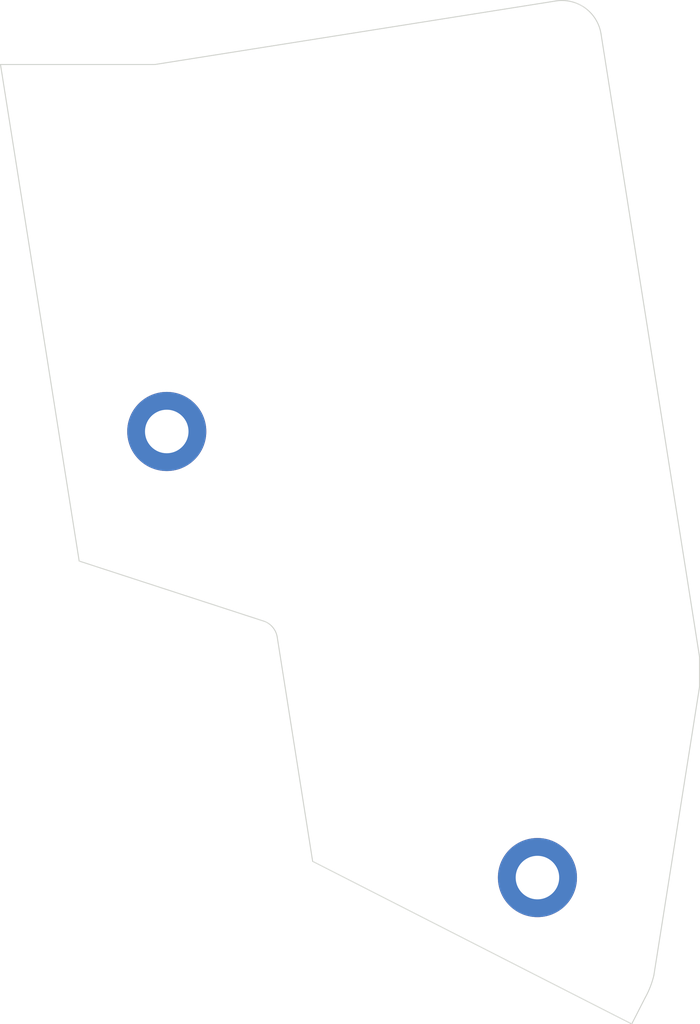
<source format=kicad_pcb>
(kicad_pcb (version 20171130) (host pcbnew 5.1.9-73d0e3b20d~88~ubuntu18.04.1)

  (general
    (thickness 1.6)
    (drawings 15)
    (tracks 0)
    (zones 0)
    (modules 2)
    (nets 1)
  )

  (page A4)
  (layers
    (0 F.Cu signal)
    (31 B.Cu signal)
    (32 B.Adhes user)
    (33 F.Adhes user)
    (34 B.Paste user)
    (35 F.Paste user)
    (36 B.SilkS user)
    (37 F.SilkS user)
    (38 B.Mask user)
    (39 F.Mask user)
    (40 Dwgs.User user)
    (41 Cmts.User user)
    (42 Eco1.User user)
    (43 Eco2.User user)
    (44 Edge.Cuts user)
    (45 Margin user)
    (46 B.CrtYd user)
    (47 F.CrtYd user)
    (48 B.Fab user)
    (49 F.Fab user)
  )

  (setup
    (last_trace_width 0.25)
    (trace_clearance 0.2)
    (zone_clearance 0.508)
    (zone_45_only no)
    (trace_min 0.2)
    (via_size 0.8)
    (via_drill 0.4)
    (via_min_size 0.4)
    (via_min_drill 0.3)
    (uvia_size 0.3)
    (uvia_drill 0.1)
    (uvias_allowed no)
    (uvia_min_size 0.2)
    (uvia_min_drill 0.1)
    (edge_width 0.05)
    (segment_width 0.2)
    (pcb_text_width 0.3)
    (pcb_text_size 1.5 1.5)
    (mod_edge_width 0.12)
    (mod_text_size 1 1)
    (mod_text_width 0.15)
    (pad_size 1.524 1.524)
    (pad_drill 0.762)
    (pad_to_mask_clearance 0)
    (aux_axis_origin 0 0)
    (visible_elements FFFFFF7F)
    (pcbplotparams
      (layerselection 0x010fc_ffffffff)
      (usegerberextensions false)
      (usegerberattributes true)
      (usegerberadvancedattributes true)
      (creategerberjobfile true)
      (excludeedgelayer true)
      (linewidth 0.100000)
      (plotframeref false)
      (viasonmask false)
      (mode 1)
      (useauxorigin false)
      (hpglpennumber 1)
      (hpglpenspeed 20)
      (hpglpendiameter 15.000000)
      (psnegative false)
      (psa4output false)
      (plotreference true)
      (plotvalue true)
      (plotinvisibletext false)
      (padsonsilk false)
      (subtractmaskfromsilk false)
      (outputformat 1)
      (mirror false)
      (drillshape 1)
      (scaleselection 1)
      (outputdirectory ""))
  )

  (net 0 "")

  (net_class Default "This is the default net class."
    (clearance 0.2)
    (trace_width 0.25)
    (via_dia 0.8)
    (via_drill 0.4)
    (uvia_dia 0.3)
    (uvia_drill 0.1)
  )

  (module used_footprints:M2_HOLE_PCB (layer F.Cu) (tedit 6085DB1F) (tstamp 6085E823)
    (at 246.7 97.25 9)
    (path /6053584A)
    (fp_text reference H15 (at 0 2.7 9) (layer F.SilkS) hide
      (effects (font (size 1 1) (thickness 0.15)))
    )
    (fp_text value MountingHole (at 0 -2.6 9) (layer F.Fab) hide
      (effects (font (size 1 1) (thickness 0.15)))
    )
    (pad "" thru_hole circle (at 0.033741 0.106591 9) (size 4 4) (drill 2.2) (layers *.Cu *.Mask))
  )

  (module used_footprints:M2_HOLE_PCB (layer F.Cu) (tedit 60466559) (tstamp 6085E80E)
    (at 228 74.8)
    (path /6041583E)
    (fp_text reference HM12 (at 0 2.7) (layer F.SilkS) hide
      (effects (font (size 1 1) (thickness 0.15)))
    )
    (fp_text value CaseHole (at 0 -2.6) (layer F.Fab) hide
      (effects (font (size 1 1) (thickness 0.15)))
    )
    (pad "" thru_hole circle (at 0 0) (size 4 4) (drill 2.2) (layers *.Cu *.Mask))
  )

  (gr_line (start 250.610456 104.28905) (end 251.52 104.75) (layer Edge.Cuts) (width 0.05))
  (gr_line (start 219.730203 57.134768) (end 219.59 56.25) (layer Edge.Cuts) (width 0.05))
  (gr_line (start 252.2 103.42) (end 251.52 104.75) (layer Edge.Cuts) (width 0.05) (tstamp 6085E82B))
  (gr_line (start 227.4 56.25) (end 219.59 56.25) (layer Edge.Cuts) (width 0.05))
  (gr_arc (start 247.990448 55.013936) (end 249.965825 54.701067) (angle -90) (layer Edge.Cuts) (width 0.05) (tstamp 6085E822))
  (gr_line (start 232.832337 84.363517) (end 223.57 81.35) (layer Edge.Cuts) (width 0.05) (tstamp 6085E821))
  (gr_arc (start 248.335778 101.268003) (end 252.2 103.42) (angle -15.75657092) (layer Edge.Cuts) (width 0.05) (tstamp 6085E820))
  (gr_line (start 254.95 87.7) (end 252.639175 102.289804) (layer Edge.Cuts) (width 0.05) (tstamp 6085E81F))
  (gr_line (start 235.38 96.53) (end 250.610456 104.28905) (layer Edge.Cuts) (width 0.05) (tstamp 6085E81E))
  (gr_line (start 247.677579 53.038559) (end 227.4 56.25) (layer Edge.Cuts) (width 0.05) (tstamp 6085E81D))
  (gr_line (start 233.59 85.21) (end 235.38 96.53) (layer Edge.Cuts) (width 0.05) (tstamp 6085E81C))
  (gr_line (start 249.965825 54.701067) (end 254.95 86.2) (layer Edge.Cuts) (width 0.05) (tstamp 6085E819))
  (gr_line (start 254.95 86.2) (end 254.95 87.7) (layer Edge.Cuts) (width 0.05) (tstamp 6085E814))
  (gr_arc (start 232.571527 85.359283) (end 233.59 85.21) (angle -67) (layer Edge.Cuts) (width 0.05) (tstamp 6085E813))
  (gr_line (start 219.730203 57.134768) (end 223.57 81.35) (layer Edge.Cuts) (width 0.05) (tstamp 6085E812))

)

</source>
